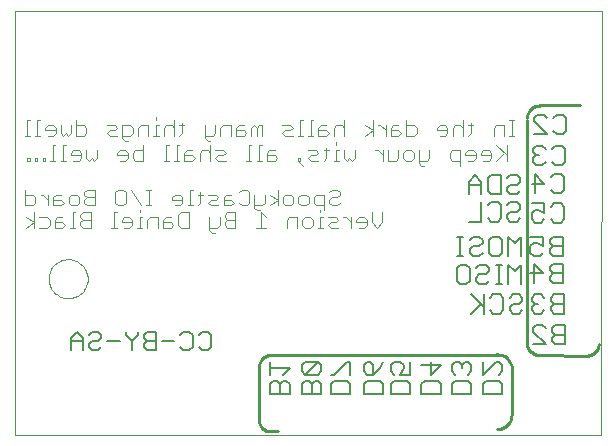
<source format=gbo>
G75*
G70*
%OFA0B0*%
%FSLAX24Y24*%
%IPPOS*%
%LPD*%
%AMOC8*
5,1,8,0,0,1.08239X$1,22.5*
%
%ADD10C,0.0000*%
%ADD11C,0.0060*%
%ADD12C,0.0100*%
%ADD13C,0.0040*%
%ADD14C,0.0050*%
D10*
X000210Y000805D02*
X000201Y014960D01*
X019774Y014960D01*
X019754Y000805D01*
X000210Y000805D01*
X001333Y006024D02*
X001335Y006074D01*
X001341Y006124D01*
X001351Y006174D01*
X001364Y006222D01*
X001381Y006270D01*
X001402Y006316D01*
X001426Y006360D01*
X001454Y006402D01*
X001485Y006442D01*
X001519Y006479D01*
X001556Y006514D01*
X001595Y006545D01*
X001636Y006574D01*
X001680Y006599D01*
X001726Y006621D01*
X001773Y006639D01*
X001821Y006653D01*
X001870Y006664D01*
X001920Y006671D01*
X001970Y006674D01*
X002021Y006673D01*
X002071Y006668D01*
X002121Y006659D01*
X002169Y006647D01*
X002217Y006630D01*
X002263Y006610D01*
X002308Y006587D01*
X002351Y006560D01*
X002391Y006530D01*
X002429Y006497D01*
X002464Y006461D01*
X002497Y006422D01*
X002526Y006381D01*
X002552Y006338D01*
X002575Y006293D01*
X002594Y006246D01*
X002609Y006198D01*
X002621Y006149D01*
X002629Y006099D01*
X002633Y006049D01*
X002633Y005999D01*
X002629Y005949D01*
X002621Y005899D01*
X002609Y005850D01*
X002594Y005802D01*
X002575Y005755D01*
X002552Y005710D01*
X002526Y005667D01*
X002497Y005626D01*
X002464Y005587D01*
X002429Y005551D01*
X002391Y005518D01*
X002351Y005488D01*
X002308Y005461D01*
X002263Y005438D01*
X002217Y005418D01*
X002169Y005401D01*
X002121Y005389D01*
X002071Y005380D01*
X002021Y005375D01*
X001970Y005374D01*
X001920Y005377D01*
X001870Y005384D01*
X001821Y005395D01*
X001773Y005409D01*
X001726Y005427D01*
X001680Y005449D01*
X001636Y005474D01*
X001595Y005503D01*
X001556Y005534D01*
X001519Y005569D01*
X001485Y005606D01*
X001454Y005646D01*
X001426Y005688D01*
X001402Y005732D01*
X001381Y005778D01*
X001364Y005826D01*
X001351Y005874D01*
X001341Y005924D01*
X001335Y005974D01*
X001333Y006024D01*
D11*
X008721Y003258D02*
X008721Y002831D01*
X008828Y002613D02*
X008721Y002506D01*
X008721Y002186D01*
X009362Y002186D01*
X009362Y002506D01*
X009255Y002613D01*
X009148Y002613D01*
X009042Y002506D01*
X009042Y002186D01*
X009042Y002506D02*
X008935Y002613D01*
X008828Y002613D01*
X009148Y002831D02*
X009362Y003044D01*
X008721Y003044D01*
X009784Y002937D02*
X009891Y002831D01*
X010318Y003258D01*
X009891Y003258D01*
X009784Y003151D01*
X009784Y002937D01*
X009891Y002831D02*
X010318Y002831D01*
X010425Y002937D01*
X010425Y003151D01*
X010318Y003258D01*
X010729Y002831D02*
X010836Y002831D01*
X011263Y003258D01*
X011370Y003258D01*
X011370Y002831D01*
X011263Y002613D02*
X011370Y002506D01*
X011370Y002186D01*
X010729Y002186D01*
X010729Y002506D01*
X010836Y002613D01*
X011263Y002613D01*
X011832Y002506D02*
X011832Y002186D01*
X012472Y002186D01*
X012472Y002506D01*
X012365Y002613D01*
X011938Y002613D01*
X011832Y002506D01*
X011938Y002831D02*
X011832Y002937D01*
X011832Y003151D01*
X011938Y003258D01*
X012045Y003258D01*
X012152Y003151D01*
X012152Y002831D01*
X011938Y002831D01*
X012152Y002831D02*
X012365Y003044D01*
X012472Y003258D01*
X012737Y003151D02*
X012737Y002937D01*
X012844Y002831D01*
X013057Y002831D02*
X013164Y003044D01*
X013164Y003151D01*
X013057Y003258D01*
X012844Y003258D01*
X012737Y003151D01*
X013057Y002831D02*
X013378Y002831D01*
X013378Y003258D01*
X013761Y003151D02*
X014401Y003151D01*
X014081Y002831D01*
X014081Y003258D01*
X013868Y002613D02*
X014295Y002613D01*
X014401Y002506D01*
X014401Y002186D01*
X013761Y002186D01*
X013761Y002506D01*
X013868Y002613D01*
X013378Y002506D02*
X013378Y002186D01*
X012737Y002186D01*
X012737Y002506D01*
X012844Y002613D01*
X013271Y002613D01*
X013378Y002506D01*
X014784Y002506D02*
X014784Y002186D01*
X015425Y002186D01*
X015425Y002506D01*
X015318Y002613D01*
X014891Y002613D01*
X014784Y002506D01*
X014891Y002831D02*
X014784Y002937D01*
X014784Y003151D01*
X014891Y003258D01*
X014998Y003258D01*
X015105Y003151D01*
X015105Y003044D01*
X015105Y003151D02*
X015211Y003258D01*
X015318Y003258D01*
X015425Y003151D01*
X015425Y002937D01*
X015318Y002831D01*
X015808Y002831D02*
X015808Y003258D01*
X016235Y003258D02*
X016342Y003258D01*
X016449Y003151D01*
X016449Y002937D01*
X016342Y002831D01*
X016342Y002613D02*
X016449Y002506D01*
X016449Y002186D01*
X015808Y002186D01*
X015808Y002506D01*
X015915Y002613D01*
X016342Y002613D01*
X015808Y002831D02*
X016235Y003258D01*
X017472Y003840D02*
X017899Y003840D01*
X017472Y004267D01*
X017472Y004373D01*
X017578Y004480D01*
X017792Y004480D01*
X017899Y004373D01*
X018116Y004373D02*
X018116Y004267D01*
X018223Y004160D01*
X018543Y004160D01*
X018223Y004160D02*
X018116Y004053D01*
X018116Y003946D01*
X018223Y003840D01*
X018543Y003840D01*
X018543Y004480D01*
X018223Y004480D01*
X018116Y004373D01*
X018184Y004863D02*
X018077Y004970D01*
X018077Y005077D01*
X018184Y005183D01*
X018504Y005183D01*
X018184Y005183D02*
X018077Y005290D01*
X018077Y005397D01*
X018184Y005504D01*
X018504Y005504D01*
X018504Y004863D01*
X018184Y004863D01*
X017859Y004970D02*
X017753Y004863D01*
X017539Y004863D01*
X017432Y004970D01*
X017432Y005077D01*
X017539Y005183D01*
X017646Y005183D01*
X017539Y005183D02*
X017432Y005290D01*
X017432Y005397D01*
X017539Y005504D01*
X017753Y005504D01*
X017859Y005397D01*
X018144Y005887D02*
X018465Y005887D01*
X018465Y006527D01*
X018144Y006527D01*
X018038Y006421D01*
X018038Y006314D01*
X018144Y006207D01*
X018465Y006207D01*
X018144Y006207D02*
X018038Y006100D01*
X018038Y005994D01*
X018144Y005887D01*
X017820Y006207D02*
X017393Y006207D01*
X017500Y005887D02*
X017500Y006527D01*
X017820Y006207D01*
X017713Y006792D02*
X017500Y006792D01*
X017393Y006899D01*
X017393Y007113D01*
X017500Y007219D01*
X017607Y007219D01*
X017820Y007113D01*
X017820Y007433D01*
X017393Y007433D01*
X017087Y007433D02*
X016873Y007219D01*
X016660Y007433D01*
X016660Y006792D01*
X016442Y006899D02*
X016335Y006792D01*
X016122Y006792D01*
X016015Y006899D01*
X016015Y007326D01*
X016122Y007433D01*
X016335Y007433D01*
X016442Y007326D01*
X016442Y006899D01*
X016442Y006488D02*
X016229Y006488D01*
X016335Y006488D02*
X016335Y005847D01*
X016229Y005847D02*
X016442Y005847D01*
X016660Y005847D02*
X016660Y006488D01*
X016873Y006274D01*
X017087Y006488D01*
X017087Y005847D01*
X017019Y005504D02*
X016806Y005504D01*
X016699Y005397D01*
X016481Y005397D02*
X016375Y005504D01*
X016161Y005504D01*
X016054Y005397D01*
X015837Y005504D02*
X015837Y004863D01*
X015837Y005077D02*
X015410Y005504D01*
X015261Y005847D02*
X015048Y005847D01*
X014941Y005954D01*
X014941Y006381D01*
X015048Y006488D01*
X015261Y006488D01*
X015368Y006381D01*
X015368Y005954D01*
X015261Y005847D01*
X015585Y005954D02*
X015692Y005847D01*
X015906Y005847D01*
X016012Y005954D01*
X015906Y006168D02*
X015692Y006168D01*
X015585Y006061D01*
X015585Y005954D01*
X015906Y006168D02*
X016012Y006274D01*
X016012Y006381D01*
X015906Y006488D01*
X015692Y006488D01*
X015585Y006381D01*
X015477Y006792D02*
X015691Y006792D01*
X015798Y006899D01*
X015691Y007113D02*
X015477Y007113D01*
X015370Y007006D01*
X015370Y006899D01*
X015477Y006792D01*
X015153Y006792D02*
X014939Y006792D01*
X015046Y006792D02*
X015046Y007433D01*
X015153Y007433D02*
X014939Y007433D01*
X015370Y007326D02*
X015477Y007433D01*
X015691Y007433D01*
X015798Y007326D01*
X015798Y007219D01*
X015691Y007113D01*
X015758Y007934D02*
X015331Y007934D01*
X015758Y007934D02*
X015758Y008575D01*
X015976Y008468D02*
X016082Y008575D01*
X016296Y008575D01*
X016403Y008468D01*
X016403Y008041D01*
X016296Y007934D01*
X016082Y007934D01*
X015976Y008041D01*
X016620Y008041D02*
X016727Y007934D01*
X016940Y007934D01*
X017047Y008041D01*
X016940Y008254D02*
X016727Y008254D01*
X016620Y008148D01*
X016620Y008041D01*
X016940Y008254D02*
X017047Y008361D01*
X017047Y008468D01*
X016940Y008575D01*
X016727Y008575D01*
X016620Y008468D01*
X016727Y008840D02*
X016940Y008840D01*
X017047Y008946D01*
X016940Y009160D02*
X016727Y009160D01*
X016620Y009053D01*
X016620Y008946D01*
X016727Y008840D01*
X016403Y008840D02*
X016082Y008840D01*
X015976Y008946D01*
X015976Y009373D01*
X016082Y009480D01*
X016403Y009480D01*
X016403Y008840D01*
X016620Y009373D02*
X016727Y009480D01*
X016940Y009480D01*
X017047Y009373D01*
X017047Y009267D01*
X016940Y009160D01*
X017432Y009199D02*
X017859Y009199D01*
X017539Y009519D01*
X017539Y008879D01*
X017432Y008535D02*
X017859Y008535D01*
X017859Y008215D01*
X017646Y008322D01*
X017539Y008322D01*
X017432Y008215D01*
X017432Y008001D01*
X017539Y007895D01*
X017753Y007895D01*
X017859Y008001D01*
X018077Y008001D02*
X018184Y007895D01*
X018397Y007895D01*
X018504Y008001D01*
X018504Y008428D01*
X018397Y008535D01*
X018184Y008535D01*
X018077Y008428D01*
X018184Y008879D02*
X018077Y008986D01*
X018184Y008879D02*
X018397Y008879D01*
X018504Y008986D01*
X018504Y009413D01*
X018397Y009519D01*
X018184Y009519D01*
X018077Y009413D01*
X018223Y009824D02*
X018116Y009931D01*
X018223Y009824D02*
X018437Y009824D01*
X018543Y009931D01*
X018543Y010358D01*
X018437Y010464D01*
X018223Y010464D01*
X018116Y010358D01*
X017899Y010358D02*
X017792Y010464D01*
X017578Y010464D01*
X017472Y010358D01*
X017472Y010251D01*
X017578Y010144D01*
X017472Y010037D01*
X017472Y009931D01*
X017578Y009824D01*
X017792Y009824D01*
X017899Y009931D01*
X017685Y010144D02*
X017578Y010144D01*
X017511Y010847D02*
X017938Y010847D01*
X017511Y011274D01*
X017511Y011381D01*
X017618Y011488D01*
X017831Y011488D01*
X017938Y011381D01*
X018156Y011381D02*
X018262Y011488D01*
X018476Y011488D01*
X018583Y011381D01*
X018583Y010954D01*
X018476Y010847D01*
X018262Y010847D01*
X018156Y010954D01*
X015758Y009267D02*
X015545Y009480D01*
X015331Y009267D01*
X015331Y008840D01*
X015331Y009160D02*
X015758Y009160D01*
X015758Y009267D02*
X015758Y008840D01*
X017087Y007433D02*
X017087Y006792D01*
X017713Y006792D02*
X017820Y006899D01*
X018038Y006899D02*
X018038Y007006D01*
X018144Y007113D01*
X018465Y007113D01*
X018144Y007113D02*
X018038Y007219D01*
X018038Y007326D01*
X018144Y007433D01*
X018465Y007433D01*
X018465Y006792D01*
X018144Y006792D01*
X018038Y006899D01*
X017019Y005504D02*
X017126Y005397D01*
X017126Y005290D01*
X017019Y005183D01*
X016806Y005183D01*
X016699Y005077D01*
X016699Y004970D01*
X016806Y004863D01*
X017019Y004863D01*
X017126Y004970D01*
X016481Y004970D02*
X016375Y004863D01*
X016161Y004863D01*
X016054Y004970D01*
X015730Y005183D02*
X015410Y004863D01*
X016481Y004970D02*
X016481Y005397D01*
X010425Y002506D02*
X010425Y002186D01*
X009784Y002186D01*
X009784Y002506D01*
X009891Y002613D01*
X009998Y002613D01*
X010105Y002506D01*
X010105Y002186D01*
X010105Y002506D02*
X010211Y002613D01*
X010318Y002613D01*
X010425Y002506D01*
D12*
X008770Y003494D02*
X008730Y003492D01*
X008690Y003487D01*
X008652Y003477D01*
X008614Y003465D01*
X008577Y003449D01*
X008542Y003429D01*
X008509Y003407D01*
X008478Y003381D01*
X008450Y003353D01*
X008424Y003322D01*
X008402Y003289D01*
X008382Y003254D01*
X008366Y003217D01*
X008354Y003179D01*
X008344Y003141D01*
X008339Y003101D01*
X008337Y003061D01*
X008337Y001329D01*
X008339Y001290D01*
X008345Y001252D01*
X008354Y001215D01*
X008367Y001178D01*
X008384Y001143D01*
X008403Y001110D01*
X008426Y001079D01*
X008452Y001050D01*
X008481Y001024D01*
X008512Y001001D01*
X008545Y000982D01*
X008580Y000965D01*
X008617Y000952D01*
X008654Y000943D01*
X008692Y000937D01*
X008731Y000935D01*
X008967Y000935D01*
X008770Y003495D02*
X016211Y003495D01*
X016762Y003101D02*
X016762Y001487D01*
X016760Y001446D01*
X016755Y001405D01*
X016746Y001365D01*
X016734Y001326D01*
X016718Y001288D01*
X016699Y001251D01*
X016677Y001216D01*
X016652Y001184D01*
X016624Y001153D01*
X016593Y001125D01*
X016561Y001100D01*
X016526Y001078D01*
X016489Y001059D01*
X016451Y001043D01*
X016412Y001031D01*
X016372Y001022D01*
X016331Y001017D01*
X016290Y001015D01*
X016762Y003101D02*
X016754Y003142D01*
X016742Y003182D01*
X016726Y003220D01*
X016707Y003258D01*
X016685Y003293D01*
X016660Y003326D01*
X016632Y003358D01*
X016601Y003386D01*
X016568Y003412D01*
X016533Y003435D01*
X016496Y003454D01*
X016458Y003471D01*
X016418Y003483D01*
X016378Y003493D01*
X016336Y003499D01*
X016294Y003501D01*
X016253Y003500D01*
X016211Y003494D01*
X017274Y003770D02*
X017274Y011329D01*
X017274Y011369D02*
X017276Y011409D01*
X017281Y011449D01*
X017291Y011487D01*
X017303Y011525D01*
X017319Y011562D01*
X017339Y011597D01*
X017361Y011630D01*
X017387Y011661D01*
X017415Y011689D01*
X017446Y011715D01*
X017479Y011737D01*
X017514Y011757D01*
X017551Y011773D01*
X017589Y011785D01*
X017627Y011795D01*
X017667Y011800D01*
X017707Y011802D01*
X019046Y011802D01*
X019676Y003849D02*
X019669Y003810D01*
X019659Y003771D01*
X019645Y003734D01*
X019629Y003697D01*
X019609Y003663D01*
X019586Y003630D01*
X019560Y003600D01*
X019532Y003571D01*
X019502Y003546D01*
X019469Y003523D01*
X019435Y003503D01*
X019398Y003486D01*
X019361Y003472D01*
X019322Y003462D01*
X019283Y003455D01*
X019243Y003451D01*
X019204Y003451D01*
X019164Y003455D01*
X017825Y003495D01*
X017785Y003486D01*
X017744Y003480D01*
X017702Y003479D01*
X017661Y003481D01*
X017620Y003488D01*
X017579Y003498D01*
X017540Y003511D01*
X017502Y003528D01*
X017466Y003549D01*
X017433Y003573D01*
X017401Y003600D01*
X017372Y003629D01*
X017346Y003661D01*
X017323Y003696D01*
X017303Y003732D01*
X017287Y003770D01*
X017274Y003810D01*
D13*
X012451Y007901D02*
X012277Y007727D01*
X012104Y007901D01*
X012104Y008248D01*
X011849Y008074D02*
X011675Y008074D01*
X011588Y007987D01*
X011588Y007901D01*
X011935Y007901D01*
X011935Y007987D02*
X011849Y008074D01*
X011935Y007987D02*
X011935Y007814D01*
X011849Y007727D01*
X011675Y007727D01*
X011420Y007727D02*
X011420Y008074D01*
X011420Y007901D02*
X011246Y008074D01*
X011159Y008074D01*
X010990Y007987D02*
X010903Y008074D01*
X010643Y008074D01*
X010474Y008074D02*
X010388Y008074D01*
X010388Y007727D01*
X010474Y007727D02*
X010301Y007727D01*
X010131Y007814D02*
X010044Y007727D01*
X009870Y007727D01*
X009784Y007814D01*
X009784Y007987D01*
X009870Y008074D01*
X010044Y008074D01*
X010131Y007987D01*
X010131Y007814D01*
X009615Y007727D02*
X009615Y008074D01*
X009355Y008074D01*
X009268Y007987D01*
X009268Y007727D01*
X008584Y007727D02*
X008237Y007727D01*
X008410Y007727D02*
X008410Y008248D01*
X008584Y008074D01*
X008368Y008302D02*
X008281Y008302D01*
X008194Y008388D01*
X008194Y008822D01*
X008026Y008909D02*
X008026Y008562D01*
X007939Y008475D01*
X007766Y008475D01*
X007679Y008562D01*
X007510Y008562D02*
X007423Y008475D01*
X007163Y008475D01*
X007163Y008735D01*
X007250Y008822D01*
X007423Y008822D01*
X007423Y008649D02*
X007163Y008649D01*
X006994Y008735D02*
X006908Y008822D01*
X006647Y008822D01*
X006479Y008822D02*
X006305Y008822D01*
X006392Y008909D02*
X006392Y008562D01*
X006305Y008475D01*
X006135Y008475D02*
X005962Y008475D01*
X006048Y008475D02*
X006048Y008996D01*
X006135Y008996D01*
X005791Y008735D02*
X005705Y008822D01*
X005531Y008822D01*
X005444Y008735D01*
X005444Y008649D01*
X005791Y008649D01*
X005791Y008735D02*
X005791Y008562D01*
X005705Y008475D01*
X005531Y008475D01*
X005745Y008248D02*
X006005Y008248D01*
X006005Y007727D01*
X005745Y007727D01*
X005658Y007814D01*
X005658Y008161D01*
X005745Y008248D01*
X005403Y008074D02*
X005230Y008074D01*
X005143Y007987D01*
X005143Y007727D01*
X005403Y007727D01*
X005490Y007814D01*
X005403Y007901D01*
X005143Y007901D01*
X004974Y008074D02*
X004714Y008074D01*
X004627Y007987D01*
X004627Y007727D01*
X004459Y007727D02*
X004285Y007727D01*
X004372Y007727D02*
X004372Y008074D01*
X004459Y008074D01*
X004372Y008248D02*
X004372Y008334D01*
X004416Y008475D02*
X004069Y008996D01*
X003901Y008909D02*
X003901Y008562D01*
X003814Y008475D01*
X003640Y008475D01*
X003554Y008562D01*
X003554Y008909D01*
X003640Y008996D01*
X003814Y008996D01*
X003901Y008909D01*
X004587Y008996D02*
X004760Y008996D01*
X004673Y008996D02*
X004673Y008475D01*
X004587Y008475D02*
X004760Y008475D01*
X004974Y008074D02*
X004974Y007727D01*
X004115Y007814D02*
X004028Y007727D01*
X003855Y007727D01*
X003599Y007727D02*
X003426Y007727D01*
X003512Y007727D02*
X003512Y008248D01*
X003599Y008248D01*
X003855Y008074D02*
X003768Y007987D01*
X003768Y007901D01*
X004115Y007901D01*
X004115Y007987D02*
X004028Y008074D01*
X003855Y008074D01*
X004115Y007987D02*
X004115Y007814D01*
X002869Y008475D02*
X002609Y008475D01*
X002522Y008562D01*
X002522Y008649D01*
X002609Y008735D01*
X002869Y008735D01*
X002609Y008735D02*
X002522Y008822D01*
X002522Y008909D01*
X002609Y008996D01*
X002869Y008996D01*
X002869Y008475D01*
X002740Y008248D02*
X002480Y008248D01*
X002393Y008161D01*
X002393Y008074D01*
X002480Y007987D01*
X002740Y007987D01*
X002480Y007987D02*
X002393Y007901D01*
X002393Y007814D01*
X002480Y007727D01*
X002740Y007727D01*
X002740Y008248D01*
X002354Y008562D02*
X002267Y008475D01*
X002093Y008475D01*
X002007Y008562D01*
X002007Y008735D01*
X002093Y008822D01*
X002267Y008822D01*
X002354Y008735D01*
X002354Y008562D01*
X002224Y008248D02*
X002137Y008248D01*
X002137Y007727D01*
X002051Y007727D02*
X002224Y007727D01*
X001880Y007814D02*
X001794Y007901D01*
X001533Y007901D01*
X001533Y007987D02*
X001533Y007727D01*
X001794Y007727D01*
X001880Y007814D01*
X001794Y008074D02*
X001620Y008074D01*
X001533Y007987D01*
X001365Y007987D02*
X001365Y007814D01*
X001278Y007727D01*
X001018Y007727D01*
X000849Y007727D02*
X000849Y008248D01*
X000806Y008475D02*
X000893Y008562D01*
X000893Y008735D01*
X000806Y008822D01*
X000546Y008822D01*
X000546Y008996D02*
X000546Y008475D01*
X000806Y008475D01*
X001018Y008074D02*
X001278Y008074D01*
X001365Y007987D01*
X000849Y007901D02*
X000589Y008074D01*
X000849Y007901D02*
X000589Y007727D01*
X001322Y008475D02*
X001322Y008822D01*
X001322Y008649D02*
X001149Y008822D01*
X001062Y008822D01*
X001491Y008735D02*
X001491Y008475D01*
X001751Y008475D01*
X001838Y008562D01*
X001751Y008649D01*
X001491Y008649D01*
X001491Y008735D02*
X001578Y008822D01*
X001751Y008822D01*
X001731Y009962D02*
X001904Y009962D01*
X001817Y009962D02*
X001817Y010483D01*
X001904Y010483D01*
X002159Y010309D02*
X002073Y010223D01*
X002073Y010136D01*
X002420Y010136D01*
X002420Y010049D02*
X002420Y010223D01*
X002333Y010309D01*
X002159Y010309D01*
X002420Y010049D02*
X002333Y009962D01*
X002159Y009962D01*
X002588Y010049D02*
X002588Y010309D01*
X002935Y010309D02*
X002935Y010049D01*
X002849Y009962D01*
X002762Y010049D01*
X002675Y009962D01*
X002588Y010049D01*
X002508Y010798D02*
X002247Y010798D01*
X002247Y011318D01*
X002247Y011145D02*
X002508Y011145D01*
X002594Y011058D01*
X002594Y010885D01*
X002508Y010798D01*
X002079Y010885D02*
X002079Y011145D01*
X002079Y010885D02*
X001992Y010798D01*
X001905Y010885D01*
X001818Y010798D01*
X001732Y010885D01*
X001732Y011145D01*
X001563Y011058D02*
X001476Y011145D01*
X001303Y011145D01*
X001216Y011058D01*
X001216Y010971D01*
X001563Y010971D01*
X001563Y010885D02*
X001563Y011058D01*
X001563Y010885D02*
X001476Y010798D01*
X001303Y010798D01*
X001047Y010798D02*
X000874Y010798D01*
X000961Y010798D02*
X000961Y011318D01*
X001047Y011318D01*
X000704Y011318D02*
X000617Y011318D01*
X000617Y010798D01*
X000704Y010798D02*
X000530Y010798D01*
X000614Y010049D02*
X000614Y009962D01*
X000701Y009962D01*
X000701Y010049D01*
X000614Y010049D01*
X000872Y010049D02*
X000872Y009962D01*
X000959Y009962D01*
X000959Y010049D01*
X000872Y010049D01*
X001130Y010049D02*
X001130Y009962D01*
X001217Y009962D01*
X001217Y010049D01*
X001130Y010049D01*
X001387Y009962D02*
X001560Y009962D01*
X001474Y009962D02*
X001474Y010483D01*
X001560Y010483D01*
X003279Y010885D02*
X003365Y010971D01*
X003539Y010971D01*
X003626Y011058D01*
X003539Y011145D01*
X003279Y011145D01*
X003279Y010885D02*
X003365Y010798D01*
X003626Y010798D01*
X003794Y010798D02*
X004055Y010798D01*
X004141Y010885D01*
X004141Y011058D01*
X004055Y011145D01*
X003794Y011145D01*
X003794Y010711D01*
X003881Y010625D01*
X003968Y010625D01*
X003880Y010309D02*
X003706Y010309D01*
X003620Y010223D01*
X003620Y010136D01*
X003967Y010136D01*
X003967Y010049D02*
X003967Y010223D01*
X003880Y010309D01*
X004135Y010223D02*
X004222Y010309D01*
X004482Y010309D01*
X004482Y010483D02*
X004482Y009962D01*
X004222Y009962D01*
X004135Y010049D01*
X004135Y010223D01*
X003967Y010049D02*
X003880Y009962D01*
X003706Y009962D01*
X004310Y010798D02*
X004310Y011058D01*
X004397Y011145D01*
X004657Y011145D01*
X004657Y010798D01*
X004827Y010798D02*
X005001Y010798D01*
X004914Y010798D02*
X004914Y011145D01*
X005001Y011145D01*
X005169Y011058D02*
X005169Y010798D01*
X005169Y011058D02*
X005256Y011145D01*
X005430Y011145D01*
X005516Y011058D01*
X005687Y011145D02*
X005860Y011145D01*
X005773Y011232D02*
X005773Y010885D01*
X005687Y010798D01*
X005516Y010798D02*
X005516Y011318D01*
X004914Y011318D02*
X004914Y011405D01*
X005255Y010483D02*
X005255Y009962D01*
X005342Y009962D02*
X005168Y009962D01*
X005512Y009962D02*
X005685Y009962D01*
X005599Y009962D02*
X005599Y010483D01*
X005685Y010483D01*
X005941Y010309D02*
X005854Y010223D01*
X005854Y009962D01*
X006114Y009962D01*
X006201Y010049D01*
X006114Y010136D01*
X005854Y010136D01*
X005941Y010309D02*
X006114Y010309D01*
X006370Y010223D02*
X006370Y009962D01*
X006717Y009962D02*
X006717Y010483D01*
X006718Y010625D02*
X006631Y010625D01*
X006544Y010711D01*
X006544Y011145D01*
X006544Y010798D02*
X006805Y010798D01*
X006891Y010885D01*
X006891Y011145D01*
X007060Y011058D02*
X007060Y010798D01*
X007060Y011058D02*
X007147Y011145D01*
X007407Y011145D01*
X007407Y010798D01*
X007576Y010798D02*
X007576Y011058D01*
X007662Y011145D01*
X007836Y011145D01*
X007836Y010971D02*
X007576Y010971D01*
X007576Y010798D02*
X007836Y010798D01*
X007923Y010885D01*
X007836Y010971D01*
X008091Y011058D02*
X008091Y010798D01*
X008265Y010798D02*
X008265Y011058D01*
X008178Y011145D01*
X008091Y011058D01*
X008265Y011058D02*
X008352Y011145D01*
X008438Y011145D01*
X008438Y010798D01*
X008436Y010483D02*
X008349Y010483D01*
X008349Y009962D01*
X008436Y009962D02*
X008262Y009962D01*
X008092Y009962D02*
X007918Y009962D01*
X008005Y009962D02*
X008005Y010483D01*
X008092Y010483D01*
X008604Y010223D02*
X008604Y009962D01*
X008864Y009962D01*
X008951Y010049D01*
X008864Y010136D01*
X008604Y010136D01*
X008604Y010223D02*
X008691Y010309D01*
X008864Y010309D01*
X009209Y010798D02*
X009123Y010885D01*
X009209Y010971D01*
X009383Y010971D01*
X009470Y011058D01*
X009383Y011145D01*
X009123Y011145D01*
X009209Y010798D02*
X009470Y010798D01*
X009640Y010798D02*
X009813Y010798D01*
X009727Y010798D02*
X009727Y011318D01*
X009813Y011318D01*
X010070Y011318D02*
X010070Y010798D01*
X009984Y010798D02*
X010157Y010798D01*
X010326Y010798D02*
X010586Y010798D01*
X010673Y010885D01*
X010586Y010971D01*
X010326Y010971D01*
X010326Y011058D02*
X010326Y010798D01*
X010326Y011058D02*
X010412Y011145D01*
X010586Y011145D01*
X010841Y011058D02*
X010841Y010798D01*
X010841Y011058D02*
X010928Y011145D01*
X011102Y011145D01*
X011188Y011058D01*
X011188Y011318D02*
X011188Y010798D01*
X010927Y010570D02*
X010927Y010483D01*
X010927Y010309D02*
X010927Y009962D01*
X011014Y009962D02*
X010840Y009962D01*
X010583Y010049D02*
X010496Y009962D01*
X010583Y010049D02*
X010583Y010396D01*
X010670Y010309D02*
X010496Y010309D01*
X010326Y010223D02*
X010239Y010309D01*
X009979Y010309D01*
X010239Y010136D02*
X010326Y010223D01*
X010239Y010136D02*
X010066Y010136D01*
X009979Y010049D01*
X010066Y009962D01*
X010326Y009962D01*
X009811Y009789D02*
X009637Y009962D01*
X009724Y009962D01*
X009724Y010049D01*
X009637Y010049D01*
X009637Y009962D01*
X008971Y008996D02*
X008971Y008475D01*
X009140Y008562D02*
X009140Y008735D01*
X009226Y008822D01*
X009400Y008822D01*
X009487Y008735D01*
X009487Y008562D01*
X009400Y008475D01*
X009226Y008475D01*
X009140Y008562D01*
X008971Y008649D02*
X008711Y008822D01*
X008541Y008822D02*
X008541Y008562D01*
X008455Y008475D01*
X008194Y008475D01*
X008711Y008475D02*
X008971Y008649D01*
X009655Y008562D02*
X009655Y008735D01*
X009742Y008822D01*
X009916Y008822D01*
X010002Y008735D01*
X010002Y008562D01*
X009916Y008475D01*
X009742Y008475D01*
X009655Y008562D01*
X010171Y008562D02*
X010258Y008475D01*
X010518Y008475D01*
X010518Y008302D02*
X010518Y008822D01*
X010258Y008822D01*
X010171Y008735D01*
X010171Y008562D01*
X010388Y008334D02*
X010388Y008248D01*
X010687Y008562D02*
X010773Y008475D01*
X010947Y008475D01*
X011034Y008562D01*
X010947Y008735D02*
X010773Y008735D01*
X010687Y008649D01*
X010687Y008562D01*
X010947Y008735D02*
X011034Y008822D01*
X011034Y008909D01*
X010947Y008996D01*
X010773Y008996D01*
X010687Y008909D01*
X010990Y007987D02*
X010903Y007901D01*
X010730Y007901D01*
X010643Y007814D01*
X010730Y007727D01*
X010990Y007727D01*
X012451Y007901D02*
X012451Y008248D01*
X013761Y009789D02*
X013848Y009789D01*
X013761Y009789D02*
X013675Y009876D01*
X013675Y010309D01*
X013506Y010223D02*
X013506Y010049D01*
X013419Y009962D01*
X013246Y009962D01*
X013159Y010049D01*
X013159Y010223D01*
X013246Y010309D01*
X013419Y010309D01*
X013506Y010223D01*
X013675Y009962D02*
X013935Y009962D01*
X014022Y010049D01*
X014022Y010309D01*
X014366Y010798D02*
X014539Y010798D01*
X014626Y010885D01*
X014626Y011058D01*
X014539Y011145D01*
X014366Y011145D01*
X014279Y011058D01*
X014279Y010971D01*
X014626Y010971D01*
X014795Y011058D02*
X014795Y010798D01*
X014795Y011058D02*
X014881Y011145D01*
X015055Y011145D01*
X015142Y011058D01*
X015312Y011145D02*
X015485Y011145D01*
X015399Y011232D02*
X015399Y010885D01*
X015312Y010798D01*
X015142Y010798D02*
X015142Y011318D01*
X016170Y011058D02*
X016170Y010798D01*
X016170Y011058D02*
X016256Y011145D01*
X016517Y011145D01*
X016517Y010798D01*
X016687Y010798D02*
X016860Y010798D01*
X016774Y010798D02*
X016774Y011318D01*
X016860Y011318D02*
X016687Y011318D01*
X016600Y010483D02*
X016600Y009962D01*
X016600Y010136D02*
X016253Y010483D01*
X015997Y010309D02*
X015824Y010309D01*
X015737Y010223D01*
X015737Y010136D01*
X016084Y010136D01*
X016084Y010049D02*
X016084Y010223D01*
X015997Y010309D01*
X016084Y010049D02*
X015997Y009962D01*
X015824Y009962D01*
X015569Y010049D02*
X015569Y010223D01*
X015482Y010309D01*
X015308Y010309D01*
X015222Y010223D01*
X015222Y010136D01*
X015569Y010136D01*
X015569Y010049D02*
X015482Y009962D01*
X015308Y009962D01*
X015053Y009962D02*
X014793Y009962D01*
X014706Y010049D01*
X014706Y010223D01*
X014793Y010309D01*
X015053Y010309D01*
X015053Y009789D01*
X016253Y009962D02*
X016513Y010223D01*
X013595Y010885D02*
X013595Y011058D01*
X013508Y011145D01*
X013248Y011145D01*
X013248Y011318D02*
X013248Y010798D01*
X013508Y010798D01*
X013595Y010885D01*
X013079Y010885D02*
X012992Y010971D01*
X012732Y010971D01*
X012732Y011058D02*
X012732Y010798D01*
X012992Y010798D01*
X013079Y010885D01*
X012992Y011145D02*
X012819Y011145D01*
X012732Y011058D01*
X012563Y010971D02*
X012390Y011145D01*
X012303Y011145D01*
X012134Y011318D02*
X012134Y010798D01*
X012134Y010971D02*
X011873Y011145D01*
X012134Y010971D02*
X011873Y010798D01*
X012214Y010309D02*
X012301Y010309D01*
X012475Y010136D01*
X012475Y010309D02*
X012475Y009962D01*
X012643Y009962D02*
X012643Y010309D01*
X012990Y010309D02*
X012990Y010049D01*
X012904Y009962D01*
X012643Y009962D01*
X012563Y010798D02*
X012563Y011145D01*
X011529Y010309D02*
X011529Y010049D01*
X011443Y009962D01*
X011356Y010049D01*
X011269Y009962D01*
X011182Y010049D01*
X011182Y010309D01*
X011014Y010309D02*
X010927Y010309D01*
X010157Y011318D02*
X010070Y011318D01*
X007232Y010223D02*
X007146Y010309D01*
X006885Y010309D01*
X006717Y010223D02*
X006630Y010309D01*
X006456Y010309D01*
X006370Y010223D01*
X006885Y010049D02*
X006972Y010136D01*
X007146Y010136D01*
X007232Y010223D01*
X007232Y009962D02*
X006972Y009962D01*
X006885Y010049D01*
X007766Y008996D02*
X007939Y008996D01*
X008026Y008909D01*
X007766Y008996D02*
X007679Y008909D01*
X007423Y008649D02*
X007510Y008562D01*
X007552Y008248D02*
X007292Y008248D01*
X007205Y008161D01*
X007205Y008074D01*
X007292Y007987D01*
X007552Y007987D01*
X007292Y007987D02*
X007205Y007901D01*
X007205Y007814D01*
X007292Y007727D01*
X007552Y007727D01*
X007552Y008248D01*
X007037Y008074D02*
X007037Y007814D01*
X006950Y007727D01*
X006690Y007727D01*
X006690Y007640D02*
X006777Y007554D01*
X006863Y007554D01*
X006690Y007640D02*
X006690Y008074D01*
X006734Y008475D02*
X006647Y008562D01*
X006734Y008649D01*
X006908Y008649D01*
X006994Y008735D01*
X006994Y008475D02*
X006734Y008475D01*
X005342Y010483D02*
X005255Y010483D01*
D14*
X004914Y004248D02*
X004609Y004248D01*
X004507Y004146D01*
X004507Y004045D01*
X004609Y003943D01*
X004914Y003943D01*
X005115Y003943D02*
X005522Y003943D01*
X005723Y004146D02*
X005824Y004248D01*
X006028Y004248D01*
X006130Y004146D01*
X006130Y003739D01*
X006028Y003638D01*
X005824Y003638D01*
X005723Y003739D01*
X006330Y003739D02*
X006432Y003638D01*
X006636Y003638D01*
X006737Y003739D01*
X006737Y004146D01*
X006636Y004248D01*
X006432Y004248D01*
X006330Y004146D01*
X004914Y004248D02*
X004914Y003638D01*
X004609Y003638D01*
X004507Y003739D01*
X004507Y003841D01*
X004609Y003943D01*
X004306Y004146D02*
X004306Y004248D01*
X004306Y004146D02*
X004103Y003943D01*
X004103Y003638D01*
X004103Y003943D02*
X003899Y004146D01*
X003899Y004248D01*
X003699Y003943D02*
X003292Y003943D01*
X003091Y004045D02*
X003091Y004146D01*
X002989Y004248D01*
X002786Y004248D01*
X002684Y004146D01*
X002483Y004045D02*
X002280Y004248D01*
X002076Y004045D01*
X002076Y003638D01*
X002076Y003943D02*
X002483Y003943D01*
X002483Y004045D02*
X002483Y003638D01*
X002684Y003739D02*
X002684Y003841D01*
X002786Y003943D01*
X002989Y003943D01*
X003091Y004045D01*
X003091Y003739D02*
X002989Y003638D01*
X002786Y003638D01*
X002684Y003739D01*
M02*

</source>
